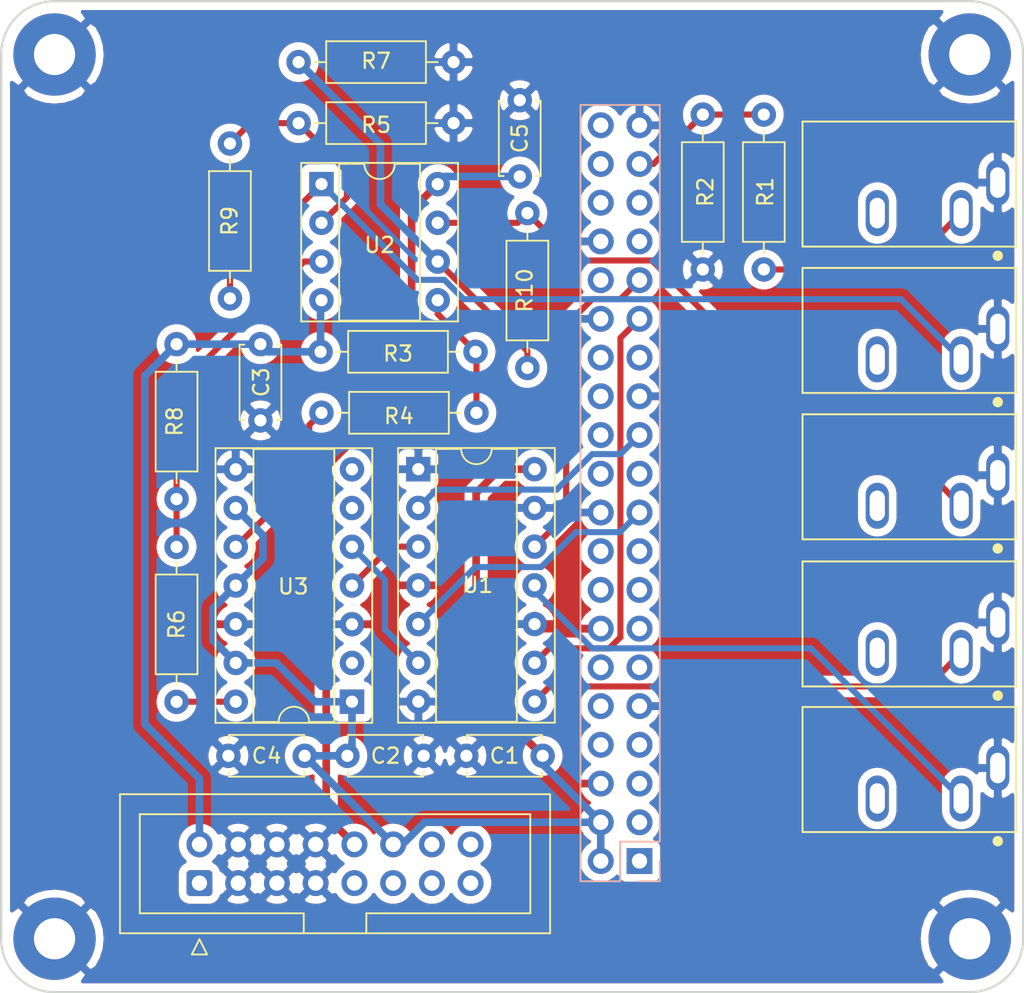
<source format=kicad_pcb>
(kicad_pcb (version 20171130) (host pcbnew "(5.1.6)-1")
  (layers (0 F.Cu signal) (31 B.Cu signal) (34 B.Paste user hide) (35 F.Paste user hide) (36 B.SilkS user) (37 F.SilkS user) (38 B.Mask user) (39 F.Mask user) (44 Edge.Cuts user))
  (net 0 "")
  (net 1 GND)
  (net 2 +5V)
  (net 3 -12V)
  (net 4 +12V)
  (net 5 "Net-(J1-Pad3)")
  (net 6 "Net-(J1-Pad5)")
  (net 7 "Net-(J1-Pad7)")
  (net 8 "Net-(J1-Pad8)")
  (net 9 "Net-(J1-Pad10)")
  (net 10 "Net-(J1-Pad11)")
  (net 11 "Net-(J1-Pad12)")
  (net 12 "Net-(J1-Pad13)")
  (net 13 "Net-(J1-Pad15)")
  (net 14 "Net-(J1-Pad16)")
  (net 15 "Net-(J1-Pad18)")
  (net 16 "GPIO10(MOSI)")
  (net 17 "Net-(J1-Pad21)")
  (net 18 "Net-(J1-Pad22)")
  (net 19 "GPIO11(SCLK)")
  (net 20 "Net-(J1-Pad24)")
  (net 21 "Net-(J1-Pad26)")
  (net 22 "Net-(J1-Pad27)")
  (net 23 "Net-(J1-Pad28)")
  (net 24 GPIO5)
  (net 25 GPIO6)
  (net 26 "Net-(J1-Pad32)")
  (net 27 "Net-(J1-Pad33)")
  (net 28 "Net-(J1-Pad35)")
  (net 29 "Net-(J1-Pad36)")
  (net 30 GPIO26)
  (net 31 "Net-(J1-Pad38)")
  (net 32 "Net-(J1-Pad40)")
  (net 33 "Net-(J2-Pad13)")
  (net 34 "Net-(J2-Pad15)")
  (net 35 "Net-(J2-Pad14)")
  (net 36 "Net-(J2-Pad16)")
  (net 37 "Net-(J3-PadT)")
  (net 38 "Net-(J3-PadR)")
  (net 39 "Net-(J4-PadR)")
  (net 40 CV_X)
  (net 41 CV_Y)
  (net 42 "Net-(J5-PadR)")
  (net 43 "Net-(J6-PadR)")
  (net 44 GATE)
  (net 45 TRIG)
  (net 46 "Net-(J7-PadR)")
  (net 47 "Net-(R3-Pad1)")
  (net 48 "Net-(R4-Pad1)")
  (net 49 "Net-(R5-Pad1)")
  (net 50 "Net-(R6-Pad2)")
  (net 51 "Net-(R6-Pad1)")
  (net 52 "Net-(R10-Pad2)")
  (net 53 SCK)
  (net 54 SDI)
  (net 55 "Net-(U3-Pad7)")
  (net 56 "Net-(U3-Pad6)")
  (net 57 "Net-(U3-Pad2)")
  (net 58 "Net-(J1-Pad17)")
  (net 59 "Net-(J1-Pad1)")
  (net 60 "Net-(J2-Pad11)")
  (net 61 "Net-(J2-Pad9)")
  (net 62 "Net-(J2-Pad1)")
  (module SJ1-3533:CUI_SJ1-3533 (layer F.Cu) (at 79.75 70.3 180)
    (fp_text reference J7)
    (fp_text value AudioJack3)
    (fp_circle (center -5.588 -4.8) (end -5.418 -4.8) (layer F.SilkS) (width 0.34))
    (fp_line (start -6.788 -3.9) (end -6.788 -4.2) (layer F.SilkS) (width 0.127))
    (fp_line (start -6.788 2.1) (end -6.788 -3.9) (layer F.SilkS) (width 0.127))
    (fp_line (start -6.788 4) (end -6.788 2.1) (layer F.SilkS) (width 0.127))
    (fp_line (start 7.212 4) (end -6.788 4) (layer F.SilkS) (width 0.127))
    (fp_line (start 7.212 -4.2) (end 7.212 4) (layer F.SilkS) (width 0.127))
    (fp_line (start -6.788 -4.2) (end 7.212 -4.2) (layer F.SilkS) (width 0.127))
    (pad S thru_hole oval (at -5.588 0 180) (size 1.508 3.016) (drill oval 1 2) (layers *.Cu *.Mask) (net 1 GND))
    (pad T thru_hole oval (at -3.188 -2 180) (size 1.508 3.016) (drill oval 1 2) (layers *.Cu *.Mask) (net 45 TRIG))
    (pad R thru_hole oval (at 2.312 -2 180) (size 1.508 3.016) (drill oval 1 2) (layers *.Cu *.Mask) (net 46 "Net-(J7-PadR)"))
  )
  (module SJ1-3533:CUI_SJ1-3533 (layer F.Cu) (at 79.75 60.75 180)
    (fp_text reference J6)
    (fp_text value AudioJack3)
    (fp_circle (center -5.588 -4.8) (end -5.418 -4.8) (layer F.SilkS) (width 0.34))
    (fp_line (start -6.788 -3.9) (end -6.788 -4.2) (layer F.SilkS) (width 0.127))
    (fp_line (start -6.788 2.1) (end -6.788 -3.9) (layer F.SilkS) (width 0.127))
    (fp_line (start -6.788 4) (end -6.788 2.1) (layer F.SilkS) (width 0.127))
    (fp_line (start 7.212 4) (end -6.788 4) (layer F.SilkS) (width 0.127))
    (fp_line (start 7.212 -4.2) (end 7.212 4) (layer F.SilkS) (width 0.127))
    (fp_line (start -6.788 -4.2) (end 7.212 -4.2) (layer F.SilkS) (width 0.127))
    (pad S thru_hole oval (at -5.588 0 180) (size 1.508 3.016) (drill oval 1 2) (layers *.Cu *.Mask) (net 1 GND))
    (pad T thru_hole oval (at -3.188 -2 180) (size 1.508 3.016) (drill oval 1 2) (layers *.Cu *.Mask) (net 44 GATE))
    (pad R thru_hole oval (at 2.312 -2 180) (size 1.508 3.016) (drill oval 1 2) (layers *.Cu *.Mask) (net 43 "Net-(J6-PadR)"))
  )
  (module SJ1-3533:CUI_SJ1-3533 (layer F.Cu) (at 79.75 51.1 180)
    (fp_text reference J5)
    (fp_text value AudioJack3)
    (fp_circle (center -5.588 -4.8) (end -5.418 -4.8) (layer F.SilkS) (width 0.34))
    (fp_line (start -6.788 -3.9) (end -6.788 -4.2) (layer F.SilkS) (width 0.127))
    (fp_line (start -6.788 2.1) (end -6.788 -3.9) (layer F.SilkS) (width 0.127))
    (fp_line (start -6.788 4) (end -6.788 2.1) (layer F.SilkS) (width 0.127))
    (fp_line (start 7.212 4) (end -6.788 4) (layer F.SilkS) (width 0.127))
    (fp_line (start 7.212 -4.2) (end 7.212 4) (layer F.SilkS) (width 0.127))
    (fp_line (start -6.788 -4.2) (end 7.212 -4.2) (layer F.SilkS) (width 0.127))
    (pad S thru_hole oval (at -5.588 0 180) (size 1.508 3.016) (drill oval 1 2) (layers *.Cu *.Mask) (net 1 GND))
    (pad T thru_hole oval (at -3.188 -2 180) (size 1.508 3.016) (drill oval 1 2) (layers *.Cu *.Mask) (net 41 CV_Y))
    (pad R thru_hole oval (at 2.312 -2 180) (size 1.508 3.016) (drill oval 1 2) (layers *.Cu *.Mask) (net 42 "Net-(J5-PadR)"))
  )
  (module SJ1-3533:CUI_SJ1-3533 (layer F.Cu) (at 79.75 41.5 180)
    (fp_text reference J4)
    (fp_text value AudioJack3)
    (fp_circle (center -5.588 -4.8) (end -5.418 -4.8) (layer F.SilkS) (width 0.34))
    (fp_line (start -6.788 -3.9) (end -6.788 -4.2) (layer F.SilkS) (width 0.127))
    (fp_line (start -6.788 2.1) (end -6.788 -3.9) (layer F.SilkS) (width 0.127))
    (fp_line (start -6.788 4) (end -6.788 2.1) (layer F.SilkS) (width 0.127))
    (fp_line (start 7.212 4) (end -6.788 4) (layer F.SilkS) (width 0.127))
    (fp_line (start 7.212 -4.2) (end 7.212 4) (layer F.SilkS) (width 0.127))
    (fp_line (start -6.788 -4.2) (end 7.212 -4.2) (layer F.SilkS) (width 0.127))
    (pad S thru_hole oval (at -5.588 0 180) (size 1.508 3.016) (drill oval 1 2) (layers *.Cu *.Mask) (net 1 GND))
    (pad T thru_hole oval (at -3.188 -2 180) (size 1.508 3.016) (drill oval 1 2) (layers *.Cu *.Mask) (net 40 CV_X))
    (pad R thru_hole oval (at 2.312 -2 180) (size 1.508 3.016) (drill oval 1 2) (layers *.Cu *.Mask) (net 39 "Net-(J4-PadR)"))
  )
  (module SJ1-3533:CUI_SJ1-3533 (layer F.Cu) (at 79.75 31.9 180)
    (fp_text reference J3)
    (fp_text value AudioJack3)
    (fp_circle (center -5.588 -4.8) (end -5.418 -4.8) (layer F.SilkS) (width 0.34))
    (fp_line (start -6.788 -3.9) (end -6.788 -4.2) (layer F.SilkS) (width 0.127))
    (fp_line (start -6.788 2.1) (end -6.788 -3.9) (layer F.SilkS) (width 0.127))
    (fp_line (start -6.788 4) (end -6.788 2.1) (layer F.SilkS) (width 0.127))
    (fp_line (start 7.212 4) (end -6.788 4) (layer F.SilkS) (width 0.127))
    (fp_line (start 7.212 -4.2) (end 7.212 4) (layer F.SilkS) (width 0.127))
    (fp_line (start -6.788 -4.2) (end 7.212 -4.2) (layer F.SilkS) (width 0.127))
    (pad S thru_hole oval (at -5.588 0 180) (size 1.508 3.016) (drill oval 1 2) (layers *.Cu *.Mask) (net 1 GND))
    (pad T thru_hole oval (at -3.188 -2 180) (size 1.508 3.016) (drill oval 1 2) (layers *.Cu *.Mask) (net 37 "Net-(J3-PadT)"))
    (pad R thru_hole oval (at 2.312 -2 180) (size 1.508 3.016) (drill oval 1 2) (layers *.Cu *.Mask) (net 38 "Net-(J3-PadR)"))
  )
  (module Capacitor_THT:C_Disc_D4.7mm_W2.5mm_P5.00mm (layer F.Cu) (at 50.5 69.5)
    (fp_text reference C1 (at 2.5 0) (layer F.SilkS))
    (fp_text value 0.1uF)
    (fp_line (start 0.03 -1.37) (end 4.97 -1.37) (layer F.SilkS) (width 0.12))
    (fp_line (start 0.03 1.37) (end 4.97 1.37) (layer F.SilkS) (width 0.12))
    (fp_line (start 0.03 -1.37) (end 0.03 -1.055) (layer F.SilkS) (width 0.12))
    (fp_line (start 0.03 1.055) (end 0.03 1.37) (layer F.SilkS) (width 0.12))
    (fp_line (start 4.97 -1.37) (end 4.97 -1.055) (layer F.SilkS) (width 0.12))
    (fp_line (start 4.97 1.055) (end 4.97 1.37) (layer F.SilkS) (width 0.12))
    (pad 2 thru_hole circle (at 5 0) (size 1.6 1.6) (drill 0.8) (layers *.Cu *.Mask) (net 2 +5V))
    (pad 1 thru_hole circle (at 0 0) (size 1.6 1.6) (drill 0.8) (layers *.Cu *.Mask) (net 1 GND))
  )
  (module Capacitor_THT:C_Disc_D4.7mm_W2.5mm_P5.00mm (layer F.Cu) (at 47.7 69.5 180)
    (fp_text reference C2 (at 2.5 0) (layer F.SilkS))
    (fp_text value 10uF)
    (fp_line (start 0.03 -1.37) (end 4.97 -1.37) (layer F.SilkS) (width 0.12))
    (fp_line (start 0.03 1.37) (end 4.97 1.37) (layer F.SilkS) (width 0.12))
    (fp_line (start 0.03 -1.37) (end 0.03 -1.055) (layer F.SilkS) (width 0.12))
    (fp_line (start 0.03 1.055) (end 0.03 1.37) (layer F.SilkS) (width 0.12))
    (fp_line (start 4.97 -1.37) (end 4.97 -1.055) (layer F.SilkS) (width 0.12))
    (fp_line (start 4.97 1.055) (end 4.97 1.37) (layer F.SilkS) (width 0.12))
    (pad 2 thru_hole circle (at 5 0 180) (size 1.6 1.6) (drill 0.8) (layers *.Cu *.Mask) (net 2 +5V))
    (pad 1 thru_hole circle (at 0 0 180) (size 1.6 1.6) (drill 0.8) (layers *.Cu *.Mask) (net 1 GND))
  )
  (module Capacitor_THT:C_Disc_D4.7mm_W2.5mm_P5.00mm (layer F.Cu) (at 37 47.5 90)
    (fp_text reference C3 (at 2.5 0.05 90) (layer F.SilkS))
    (fp_text value 0.1uF)
    (fp_line (start 4.97 1.055) (end 4.97 1.37) (layer F.SilkS) (width 0.12))
    (fp_line (start 4.97 -1.37) (end 4.97 -1.055) (layer F.SilkS) (width 0.12))
    (fp_line (start 0.03 1.055) (end 0.03 1.37) (layer F.SilkS) (width 0.12))
    (fp_line (start 0.03 -1.37) (end 0.03 -1.055) (layer F.SilkS) (width 0.12))
    (fp_line (start 0.03 1.37) (end 4.97 1.37) (layer F.SilkS) (width 0.12))
    (fp_line (start 0.03 -1.37) (end 4.97 -1.37) (layer F.SilkS) (width 0.12))
    (pad 1 thru_hole circle (at 0 0 90) (size 1.6 1.6) (drill 0.8) (layers *.Cu *.Mask) (net 1 GND))
    (pad 2 thru_hole circle (at 5 0 90) (size 1.6 1.6) (drill 0.8) (layers *.Cu *.Mask) (net 3 -12V))
  )
  (module Capacitor_THT:C_Disc_D4.7mm_W2.5mm_P5.00mm (layer F.Cu) (at 34.9 69.5)
    (fp_text reference C4 (at 2.5 0) (layer F.SilkS))
    (fp_text value 0.1uF)
    (fp_line (start 4.97 1.055) (end 4.97 1.37) (layer F.SilkS) (width 0.12))
    (fp_line (start 4.97 -1.37) (end 4.97 -1.055) (layer F.SilkS) (width 0.12))
    (fp_line (start 0.03 1.055) (end 0.03 1.37) (layer F.SilkS) (width 0.12))
    (fp_line (start 0.03 -1.37) (end 0.03 -1.055) (layer F.SilkS) (width 0.12))
    (fp_line (start 0.03 1.37) (end 4.97 1.37) (layer F.SilkS) (width 0.12))
    (fp_line (start 0.03 -1.37) (end 4.97 -1.37) (layer F.SilkS) (width 0.12))
    (pad 1 thru_hole circle (at 0 0) (size 1.6 1.6) (drill 0.8) (layers *.Cu *.Mask) (net 1 GND))
    (pad 2 thru_hole circle (at 5 0) (size 1.6 1.6) (drill 0.8) (layers *.Cu *.Mask) (net 2 +5V))
  )
  (module Capacitor_THT:C_Disc_D4.7mm_W2.5mm_P5.00mm (layer F.Cu) (at 54 26.5 270)
    (fp_text reference C5 (at 2.5 0 90) (layer F.SilkS))
    (fp_text value 0.1uF)
    (fp_line (start 0.03 -1.37) (end 4.97 -1.37) (layer F.SilkS) (width 0.12))
    (fp_line (start 0.03 1.37) (end 4.97 1.37) (layer F.SilkS) (width 0.12))
    (fp_line (start 0.03 -1.37) (end 0.03 -1.055) (layer F.SilkS) (width 0.12))
    (fp_line (start 0.03 1.055) (end 0.03 1.37) (layer F.SilkS) (width 0.12))
    (fp_line (start 4.97 -1.37) (end 4.97 -1.055) (layer F.SilkS) (width 0.12))
    (fp_line (start 4.97 1.055) (end 4.97 1.37) (layer F.SilkS) (width 0.12))
    (pad 2 thru_hole circle (at 5 0 270) (size 1.6 1.6) (drill 0.8) (layers *.Cu *.Mask) (net 4 +12V))
    (pad 1 thru_hole circle (at 0 0 270) (size 1.6 1.6) (drill 0.8) (layers *.Cu *.Mask) (net 1 GND))
  )
  (module MountingHole:MountingHole_2.7mm_Pad (layer F.Cu) (at 23.5 23.5)
    (fp_text reference H1)
    (fp_text value MountingHole_Pad)
    (pad 1 thru_hole circle (at 0 0) (size 5.4 5.4) (drill 2.7) (layers *.Cu *.Mask) (net 1 GND))
  )
  (module MountingHole:MountingHole_2.7mm_Pad (layer F.Cu) (at 23.5 81.5)
    (fp_text reference H2)
    (fp_text value MountingHole_Pad)
    (pad 1 thru_hole circle (at 0 0) (size 5.4 5.4) (drill 2.7) (layers *.Cu *.Mask) (net 1 GND))
  )
  (module MountingHole:MountingHole_2.7mm_Pad (layer F.Cu) (at 83.5 81.5)
    (fp_text reference H3)
    (fp_text value MountingHole_Pad)
    (pad 1 thru_hole circle (at 0 0) (size 5.4 5.4) (drill 2.7) (layers *.Cu *.Mask) (net 1 GND))
  )
  (module MountingHole:MountingHole_2.7mm_Pad (layer F.Cu) (at 83.5 23.5)
    (fp_text reference H4)
    (fp_text value MountingHole_Pad)
    (pad 1 thru_hole circle (at 0 0) (size 5.4 5.4) (drill 2.7) (layers *.Cu *.Mask) (net 1 GND))
  )
  (module Connector_PinSocket_2.54mm:PinSocket_2x20_P2.54mm_Vertical (layer B.Cu) (at 61.85 76.4)
    (fp_text reference J1)
    (fp_text value Conn_02x20_Odd_Even)
    (fp_line (start -3.87 1.33) (end -1.27 1.33) (layer B.SilkS) (width 0.12))
    (fp_line (start -3.87 1.33) (end -3.87 -49.59) (layer B.SilkS) (width 0.12))
    (fp_line (start -3.87 -49.59) (end 1.33 -49.59) (layer B.SilkS) (width 0.12))
    (fp_line (start 1.33 -1.27) (end 1.33 -49.59) (layer B.SilkS) (width 0.12))
    (fp_line (start -1.27 -1.27) (end 1.33 -1.27) (layer B.SilkS) (width 0.12))
    (fp_line (start -1.27 1.33) (end -1.27 -1.27) (layer B.SilkS) (width 0.12))
    (fp_line (start 1.33 1.33) (end 1.33 0) (layer B.SilkS) (width 0.12))
    (fp_line (start 0 1.33) (end 1.33 1.33) (layer B.SilkS) (width 0.12))
    (pad 40 thru_hole oval (at -2.54 -48.26) (size 1.7 1.7) (drill 1) (layers *.Cu *.Mask) (net 32 "Net-(J1-Pad40)"))
    (pad 39 thru_hole oval (at 0 -48.26) (size 1.7 1.7) (drill 1) (layers *.Cu *.Mask) (net 1 GND))
    (pad 38 thru_hole oval (at -2.54 -45.72) (size 1.7 1.7) (drill 1) (layers *.Cu *.Mask) (net 31 "Net-(J1-Pad38)"))
    (pad 37 thru_hole oval (at 0 -45.72) (size 1.7 1.7) (drill 1) (layers *.Cu *.Mask) (net 30 GPIO26))
    (pad 36 thru_hole oval (at -2.54 -43.18) (size 1.7 1.7) (drill 1) (layers *.Cu *.Mask) (net 29 "Net-(J1-Pad36)"))
    (pad 35 thru_hole oval (at 0 -43.18) (size 1.7 1.7) (drill 1) (layers *.Cu *.Mask) (net 28 "Net-(J1-Pad35)"))
    (pad 34 thru_hole oval (at -2.54 -40.64) (size 1.7 1.7) (drill 1) (layers *.Cu *.Mask) (net 1 GND))
    (pad 33 thru_hole oval (at 0 -40.64) (size 1.7 1.7) (drill 1) (layers *.Cu *.Mask) (net 27 "Net-(J1-Pad33)"))
    (pad 32 thru_hole oval (at -2.54 -38.1) (size 1.7 1.7) (drill 1) (layers *.Cu *.Mask) (net 26 "Net-(J1-Pad32)"))
    (pad 31 thru_hole oval (at 0 -38.1) (size 1.7 1.7) (drill 1) (layers *.Cu *.Mask) (net 25 GPIO6))
    (pad 30 thru_hole oval (at -2.54 -35.56) (size 1.7 1.7) (drill 1) (layers *.Cu *.Mask) (net 1 GND))
    (pad 29 thru_hole oval (at 0 -35.56) (size 1.7 1.7) (drill 1) (layers *.Cu *.Mask) (net 24 GPIO5))
    (pad 28 thru_hole oval (at -2.54 -33.02) (size 1.7 1.7) (drill 1) (layers *.Cu *.Mask) (net 23 "Net-(J1-Pad28)"))
    (pad 27 thru_hole oval (at 0 -33.02) (size 1.7 1.7) (drill 1) (layers *.Cu *.Mask) (net 22 "Net-(J1-Pad27)"))
    (pad 26 thru_hole oval (at -2.54 -30.48) (size 1.7 1.7) (drill 1) (layers *.Cu *.Mask) (net 21 "Net-(J1-Pad26)"))
    (pad 25 thru_hole oval (at 0 -30.48) (size 1.7 1.7) (drill 1) (layers *.Cu *.Mask) (net 1 GND))
    (pad 24 thru_hole oval (at -2.54 -27.94) (size 1.7 1.7) (drill 1) (layers *.Cu *.Mask) (net 20 "Net-(J1-Pad24)"))
    (pad 23 thru_hole oval (at 0 -27.94) (size 1.7 1.7) (drill 1) (layers *.Cu *.Mask) (net 19 "GPIO11(SCLK)"))
    (pad 22 thru_hole oval (at -2.54 -25.4) (size 1.7 1.7) (drill 1) (layers *.Cu *.Mask) (net 18 "Net-(J1-Pad22)"))
    (pad 21 thru_hole oval (at 0 -25.4) (size 1.7 1.7) (drill 1) (layers *.Cu *.Mask) (net 17 "Net-(J1-Pad21)"))
    (pad 20 thru_hole oval (at -2.54 -22.86) (size 1.7 1.7) (drill 1) (layers *.Cu *.Mask) (net 1 GND))
    (pad 19 thru_hole oval (at 0 -22.86) (size 1.7 1.7) (drill 1) (layers *.Cu *.Mask) (net 16 "GPIO10(MOSI)"))
    (pad 18 thru_hole oval (at -2.54 -20.32) (size 1.7 1.7) (drill 1) (layers *.Cu *.Mask) (net 15 "Net-(J1-Pad18)"))
    (pad 17 thru_hole oval (at 0 -20.32) (size 1.7 1.7) (drill 1) (layers *.Cu *.Mask) (net 58 "Net-(J1-Pad17)"))
    (pad 16 thru_hole oval (at -2.54 -17.78) (size 1.7 1.7) (drill 1) (layers *.Cu *.Mask) (net 14 "Net-(J1-Pad16)"))
    (pad 15 thru_hole oval (at 0 -17.78) (size 1.7 1.7) (drill 1) (layers *.Cu *.Mask) (net 13 "Net-(J1-Pad15)"))
    (pad 14 thru_hole oval (at -2.54 -15.24) (size 1.7 1.7) (drill 1) (layers *.Cu *.Mask) (net 1 GND))
    (pad 13 thru_hole oval (at 0 -15.24) (size 1.7 1.7) (drill 1) (layers *.Cu *.Mask) (net 12 "Net-(J1-Pad13)"))
    (pad 12 thru_hole oval (at -2.54 -12.7) (size 1.7 1.7) (drill 1) (layers *.Cu *.Mask) (net 11 "Net-(J1-Pad12)"))
    (pad 11 thru_hole oval (at 0 -12.7) (size 1.7 1.7) (drill 1) (layers *.Cu *.Mask) (net 10 "Net-(J1-Pad11)"))
    (pad 10 thru_hole oval (at -2.54 -10.16) (size 1.7 1.7) (drill 1) (layers *.Cu *.Mask) (net 9 "Net-(J1-Pad10)"))
    (pad 9 thru_hole oval (at 0 -10.16) (size 1.7 1.7) (drill 1) (layers *.Cu *.Mask) (net 1 GND))
    (pad 8 thru_hole oval (at -2.54 -7.62) (size 1.7 1.7) (drill 1) (layers *.Cu *.Mask) (net 8 "Net-(J1-Pad8)"))
    (pad 7 thru_hole oval (at 0 -7.62) (size 1.7 1.7) (drill 1) (layers *.Cu *.Mask) (net 7 "Net-(J1-Pad7)"))
    (pad 6 thru_hole oval (at -2.54 -5.08) (size 1.7 1.7) (drill 1) (layers *.Cu *.Mask) (net 1 GND))
    (pad 5 thru_hole oval (at 0 -5.08) (size 1.7 1.7) (drill 1) (layers *.Cu *.Mask) (net 6 "Net-(J1-Pad5)"))
    (pad 4 thru_hole oval (at -2.54 -2.54) (size 1.7 1.7) (drill 1) (layers *.Cu *.Mask) (net 2 +5V))
    (pad 3 thru_hole oval (at 0 -2.54) (size 1.7 1.7) (drill 1) (layers *.Cu *.Mask) (net 5 "Net-(J1-Pad3)"))
    (pad 2 thru_hole oval (at -2.54 0) (size 1.7 1.7) (drill 1) (layers *.Cu *.Mask) (net 2 +5V))
    (pad 1 thru_hole rect (at 0 0) (size 1.7 1.7) (drill 1) (layers *.Cu *.Mask) (net 59 "Net-(J1-Pad1)"))
  )
  (module Connector_IDC:IDC-Header_2x08_P2.54mm_Vertical (layer F.Cu) (at 33 77.85 90)
    (fp_text reference J2)
    (fp_text value 02x08_IDC)
    (fp_line (start -3.29 -5.21) (end 5.83 -5.21) (layer F.SilkS) (width 0.12))
    (fp_line (start 5.83 -5.21) (end 5.83 22.99) (layer F.SilkS) (width 0.12))
    (fp_line (start 5.83 22.99) (end -3.29 22.99) (layer F.SilkS) (width 0.12))
    (fp_line (start -3.29 22.99) (end -3.29 -5.21) (layer F.SilkS) (width 0.12))
    (fp_line (start -3.29 6.84) (end -1.98 6.84) (layer F.SilkS) (width 0.12))
    (fp_line (start -1.98 6.84) (end -1.98 -3.91) (layer F.SilkS) (width 0.12))
    (fp_line (start -1.98 -3.91) (end 4.52 -3.91) (layer F.SilkS) (width 0.12))
    (fp_line (start 4.52 -3.91) (end 4.52 21.69) (layer F.SilkS) (width 0.12))
    (fp_line (start 4.52 21.69) (end -1.98 21.69) (layer F.SilkS) (width 0.12))
    (fp_line (start -1.98 21.69) (end -1.98 10.94) (layer F.SilkS) (width 0.12))
    (fp_line (start -1.98 10.94) (end -1.98 10.94) (layer F.SilkS) (width 0.12))
    (fp_line (start -1.98 10.94) (end -3.29 10.94) (layer F.SilkS) (width 0.12))
    (fp_line (start -3.68 0) (end -4.68 -0.5) (layer F.SilkS) (width 0.12))
    (fp_line (start -4.68 -0.5) (end -4.68 0.5) (layer F.SilkS) (width 0.12))
    (fp_line (start -4.68 0.5) (end -3.68 0) (layer F.SilkS) (width 0.12))
    (pad 16 thru_hole circle (at 2.54 17.78 90) (size 1.7 1.7) (drill 1) (layers *.Cu *.Mask) (net 36 "Net-(J2-Pad16)"))
    (pad 14 thru_hole circle (at 2.54 15.24 90) (size 1.7 1.7) (drill 1) (layers *.Cu *.Mask) (net 35 "Net-(J2-Pad14)"))
    (pad 12 thru_hole circle (at 2.54 12.7 90) (size 1.7 1.7) (drill 1) (layers *.Cu *.Mask) (net 2 +5V))
    (pad 10 thru_hole circle (at 2.54 10.16 90) (size 1.7 1.7) (drill 1) (layers *.Cu *.Mask) (net 4 +12V))
    (pad 8 thru_hole circle (at 2.54 7.62 90) (size 1.7 1.7) (drill 1) (layers *.Cu *.Mask) (net 1 GND))
    (pad 6 thru_hole circle (at 2.54 5.08 90) (size 1.7 1.7) (drill 1) (layers *.Cu *.Mask) (net 1 GND))
    (pad 4 thru_hole circle (at 2.54 2.54 90) (size 1.7 1.7) (drill 1) (layers *.Cu *.Mask) (net 1 GND))
    (pad 2 thru_hole circle (at 2.54 0 90) (size 1.7 1.7) (drill 1) (layers *.Cu *.Mask) (net 3 -12V))
    (pad 15 thru_hole circle (at 0 17.78 90) (size 1.7 1.7) (drill 1) (layers *.Cu *.Mask) (net 34 "Net-(J2-Pad15)"))
    (pad 13 thru_hole circle (at 0 15.24 90) (size 1.7 1.7) (drill 1) (layers *.Cu *.Mask) (net 33 "Net-(J2-Pad13)"))
    (pad 11 thru_hole circle (at 0 12.7 90) (size 1.7 1.7) (drill 1) (layers *.Cu *.Mask) (net 60 "Net-(J2-Pad11)"))
    (pad 9 thru_hole circle (at 0 10.16 90) (size 1.7 1.7) (drill 1) (layers *.Cu *.Mask) (net 61 "Net-(J2-Pad9)"))
    (pad 7 thru_hole circle (at 0 7.62 90) (size 1.7 1.7) (drill 1) (layers *.Cu *.Mask) (net 1 GND))
    (pad 5 thru_hole circle (at 0 5.08 90) (size 1.7 1.7) (drill 1) (layers *.Cu *.Mask) (net 1 GND))
    (pad 3 thru_hole circle (at 0 2.54 90) (size 1.7 1.7) (drill 1) (layers *.Cu *.Mask) (net 1 GND))
    (pad 1 thru_hole roundrect (at 0 0 90) (size 1.7 1.7) (drill 1) (layers *.Cu *.Mask) (roundrect_rratio 0.147059) (net 62 "Net-(J2-Pad1)"))
  )
  (module Resistor_THT:R_Axial_DIN0207_L6.3mm_D2.5mm_P10.16mm_Horizontal (layer F.Cu) (at 70 27.44 270)
    (fp_text reference R1 (at 5.08 -0.1 90) (layer F.SilkS))
    (fp_text value 2.7k)
    (fp_line (start 9.12 0) (end 8.35 0) (layer F.SilkS) (width 0.12))
    (fp_line (start 1.04 0) (end 1.81 0) (layer F.SilkS) (width 0.12))
    (fp_line (start 8.35 -1.37) (end 1.81 -1.37) (layer F.SilkS) (width 0.12))
    (fp_line (start 8.35 1.37) (end 8.35 -1.37) (layer F.SilkS) (width 0.12))
    (fp_line (start 1.81 1.37) (end 8.35 1.37) (layer F.SilkS) (width 0.12))
    (fp_line (start 1.81 -1.37) (end 1.81 1.37) (layer F.SilkS) (width 0.12))
    (pad 1 thru_hole circle (at 0 0 270) (size 1.6 1.6) (drill 0.8) (layers *.Cu *.Mask) (net 30 GPIO26))
    (pad 2 thru_hole oval (at 10.16 0 270) (size 1.6 1.6) (drill 0.8) (layers *.Cu *.Mask) (net 37 "Net-(J3-PadT)"))
  )
  (module Resistor_THT:R_Axial_DIN0207_L6.3mm_D2.5mm_P10.16mm_Horizontal (layer F.Cu) (at 66 37.6 90)
    (fp_text reference R2 (at 5.08 0.174999 90) (layer F.SilkS))
    (fp_text value 5.6k)
    (fp_line (start 1.81 -1.37) (end 1.81 1.37) (layer F.SilkS) (width 0.12))
    (fp_line (start 1.81 1.37) (end 8.35 1.37) (layer F.SilkS) (width 0.12))
    (fp_line (start 8.35 1.37) (end 8.35 -1.37) (layer F.SilkS) (width 0.12))
    (fp_line (start 8.35 -1.37) (end 1.81 -1.37) (layer F.SilkS) (width 0.12))
    (fp_line (start 1.04 0) (end 1.81 0) (layer F.SilkS) (width 0.12))
    (fp_line (start 9.12 0) (end 8.35 0) (layer F.SilkS) (width 0.12))
    (pad 2 thru_hole oval (at 10.16 0 90) (size 1.6 1.6) (drill 0.8) (layers *.Cu *.Mask) (net 30 GPIO26))
    (pad 1 thru_hole circle (at 0 0 90) (size 1.6 1.6) (drill 0.8) (layers *.Cu *.Mask) (net 1 GND))
  )
  (module Resistor_THT:R_Axial_DIN0207_L6.3mm_D2.5mm_P10.16mm_Horizontal (layer F.Cu) (at 51.1 43 180)
    (fp_text reference R3 (at 5.08 -0.125001) (layer F.SilkS))
    (fp_text value 33k)
    (fp_line (start 1.81 -1.37) (end 1.81 1.37) (layer F.SilkS) (width 0.12))
    (fp_line (start 1.81 1.37) (end 8.35 1.37) (layer F.SilkS) (width 0.12))
    (fp_line (start 8.35 1.37) (end 8.35 -1.37) (layer F.SilkS) (width 0.12))
    (fp_line (start 8.35 -1.37) (end 1.81 -1.37) (layer F.SilkS) (width 0.12))
    (fp_line (start 1.04 0) (end 1.81 0) (layer F.SilkS) (width 0.12))
    (fp_line (start 9.12 0) (end 8.35 0) (layer F.SilkS) (width 0.12))
    (pad 2 thru_hole oval (at 10.16 0 180) (size 1.6 1.6) (drill 0.8) (layers *.Cu *.Mask) (net 3 -12V))
    (pad 1 thru_hole circle (at 0 0 180) (size 1.6 1.6) (drill 0.8) (layers *.Cu *.Mask) (net 47 "Net-(R3-Pad1)"))
  )
  (module Resistor_THT:R_Axial_DIN0207_L6.3mm_D2.5mm_P10.16mm_Horizontal (layer F.Cu) (at 41 47)
    (fp_text reference R4 (at 5.074999 0.224999) (layer F.SilkS))
    (fp_text value 6.8k)
    (fp_line (start 1.81 -1.37) (end 1.81 1.37) (layer F.SilkS) (width 0.12))
    (fp_line (start 1.81 1.37) (end 8.35 1.37) (layer F.SilkS) (width 0.12))
    (fp_line (start 8.35 1.37) (end 8.35 -1.37) (layer F.SilkS) (width 0.12))
    (fp_line (start 8.35 -1.37) (end 1.81 -1.37) (layer F.SilkS) (width 0.12))
    (fp_line (start 1.04 0) (end 1.81 0) (layer F.SilkS) (width 0.12))
    (fp_line (start 9.12 0) (end 8.35 0) (layer F.SilkS) (width 0.12))
    (pad 2 thru_hole oval (at 10.16 0) (size 1.6 1.6) (drill 0.8) (layers *.Cu *.Mask) (net 47 "Net-(R3-Pad1)"))
    (pad 1 thru_hole circle (at 0 0) (size 1.6 1.6) (drill 0.8) (layers *.Cu *.Mask) (net 48 "Net-(R4-Pad1)"))
  )
  (module Resistor_THT:R_Axial_DIN0207_L6.3mm_D2.5mm_P10.16mm_Horizontal (layer F.Cu) (at 39.5 28)
    (fp_text reference R5 (at 5.08 0.124999) (layer F.SilkS))
    (fp_text value 3.9k)
    (fp_line (start 1.81 -1.37) (end 1.81 1.37) (layer F.SilkS) (width 0.12))
    (fp_line (start 1.81 1.37) (end 8.35 1.37) (layer F.SilkS) (width 0.12))
    (fp_line (start 8.35 1.37) (end 8.35 -1.37) (layer F.SilkS) (width 0.12))
    (fp_line (start 8.35 -1.37) (end 1.81 -1.37) (layer F.SilkS) (width 0.12))
    (fp_line (start 1.04 0) (end 1.81 0) (layer F.SilkS) (width 0.12))
    (fp_line (start 9.12 0) (end 8.35 0) (layer F.SilkS) (width 0.12))
    (pad 2 thru_hole oval (at 10.16 0) (size 1.6 1.6) (drill 0.8) (layers *.Cu *.Mask) (net 1 GND))
    (pad 1 thru_hole circle (at 0 0) (size 1.6 1.6) (drill 0.8) (layers *.Cu *.Mask) (net 49 "Net-(R5-Pad1)"))
  )
  (module Resistor_THT:R_Axial_DIN0207_L6.3mm_D2.5mm_P10.16mm_Horizontal (layer F.Cu) (at 31.5 55.8 270)
    (fp_text reference R6 (at 5.08 0 90) (layer F.SilkS))
    (fp_text value 6.8k)
    (fp_line (start 9.12 0) (end 8.35 0) (layer F.SilkS) (width 0.12))
    (fp_line (start 1.04 0) (end 1.81 0) (layer F.SilkS) (width 0.12))
    (fp_line (start 8.35 -1.37) (end 1.81 -1.37) (layer F.SilkS) (width 0.12))
    (fp_line (start 8.35 1.37) (end 8.35 -1.37) (layer F.SilkS) (width 0.12))
    (fp_line (start 1.81 1.37) (end 8.35 1.37) (layer F.SilkS) (width 0.12))
    (fp_line (start 1.81 -1.37) (end 1.81 1.37) (layer F.SilkS) (width 0.12))
    (pad 1 thru_hole circle (at 0 0 270) (size 1.6 1.6) (drill 0.8) (layers *.Cu *.Mask) (net 51 "Net-(R6-Pad1)"))
    (pad 2 thru_hole oval (at 10.16 0 270) (size 1.6 1.6) (drill 0.8) (layers *.Cu *.Mask) (net 50 "Net-(R6-Pad2)"))
  )
  (module Resistor_THT:R_Axial_DIN0207_L6.3mm_D2.5mm_P10.16mm_Horizontal (layer F.Cu) (at 39.5 24)
    (fp_text reference R7 (at 5.08 -0.075001) (layer F.SilkS))
    (fp_text value 3.9k)
    (fp_line (start 1.81 -1.37) (end 1.81 1.37) (layer F.SilkS) (width 0.12))
    (fp_line (start 1.81 1.37) (end 8.35 1.37) (layer F.SilkS) (width 0.12))
    (fp_line (start 8.35 1.37) (end 8.35 -1.37) (layer F.SilkS) (width 0.12))
    (fp_line (start 8.35 -1.37) (end 1.81 -1.37) (layer F.SilkS) (width 0.12))
    (fp_line (start 1.04 0) (end 1.81 0) (layer F.SilkS) (width 0.12))
    (fp_line (start 9.12 0) (end 8.35 0) (layer F.SilkS) (width 0.12))
    (pad 2 thru_hole oval (at 10.16 0) (size 1.6 1.6) (drill 0.8) (layers *.Cu *.Mask) (net 1 GND))
    (pad 1 thru_hole circle (at 0 0) (size 1.6 1.6) (drill 0.8) (layers *.Cu *.Mask) (net 52 "Net-(R10-Pad2)"))
  )
  (module Resistor_THT:R_Axial_DIN0207_L6.3mm_D2.5mm_P10.16mm_Horizontal (layer F.Cu) (at 31.5 42.5 270)
    (fp_text reference R8 (at 5.074999 0.124999 90) (layer F.SilkS))
    (fp_text value 33k)
    (fp_line (start 9.12 0) (end 8.35 0) (layer F.SilkS) (width 0.12))
    (fp_line (start 1.04 0) (end 1.81 0) (layer F.SilkS) (width 0.12))
    (fp_line (start 8.35 -1.37) (end 1.81 -1.37) (layer F.SilkS) (width 0.12))
    (fp_line (start 8.35 1.37) (end 8.35 -1.37) (layer F.SilkS) (width 0.12))
    (fp_line (start 1.81 1.37) (end 8.35 1.37) (layer F.SilkS) (width 0.12))
    (fp_line (start 1.81 -1.37) (end 1.81 1.37) (layer F.SilkS) (width 0.12))
    (pad 1 thru_hole circle (at 0 0 270) (size 1.6 1.6) (drill 0.8) (layers *.Cu *.Mask) (net 3 -12V))
    (pad 2 thru_hole oval (at 10.16 0 270) (size 1.6 1.6) (drill 0.8) (layers *.Cu *.Mask) (net 51 "Net-(R6-Pad1)"))
  )
  (module Resistor_THT:R_Axial_DIN0207_L6.3mm_D2.5mm_P10.16mm_Horizontal (layer F.Cu) (at 35 39.5 90)
    (fp_text reference R9 (at 5.08 -0.025001 90) (layer F.SilkS))
    (fp_text value 5.6k)
    (fp_line (start 9.12 0) (end 8.35 0) (layer F.SilkS) (width 0.12))
    (fp_line (start 1.04 0) (end 1.81 0) (layer F.SilkS) (width 0.12))
    (fp_line (start 8.35 -1.37) (end 1.81 -1.37) (layer F.SilkS) (width 0.12))
    (fp_line (start 8.35 1.37) (end 8.35 -1.37) (layer F.SilkS) (width 0.12))
    (fp_line (start 1.81 1.37) (end 8.35 1.37) (layer F.SilkS) (width 0.12))
    (fp_line (start 1.81 -1.37) (end 1.81 1.37) (layer F.SilkS) (width 0.12))
    (pad 1 thru_hole circle (at 0 0 90) (size 1.6 1.6) (drill 0.8) (layers *.Cu *.Mask) (net 40 CV_X))
    (pad 2 thru_hole oval (at 10.16 0 90) (size 1.6 1.6) (drill 0.8) (layers *.Cu *.Mask) (net 49 "Net-(R5-Pad1)"))
  )
  (module Resistor_THT:R_Axial_DIN0207_L6.3mm_D2.5mm_P10.16mm_Horizontal (layer F.Cu) (at 54.5 33.9 270)
    (fp_text reference R10 (at 5.074999 0.174999 90) (layer F.SilkS))
    (fp_text value 5.6k)
    (fp_line (start 9.12 0) (end 8.35 0) (layer F.SilkS) (width 0.12))
    (fp_line (start 1.04 0) (end 1.81 0) (layer F.SilkS) (width 0.12))
    (fp_line (start 8.35 -1.37) (end 1.81 -1.37) (layer F.SilkS) (width 0.12))
    (fp_line (start 8.35 1.37) (end 8.35 -1.37) (layer F.SilkS) (width 0.12))
    (fp_line (start 1.81 1.37) (end 8.35 1.37) (layer F.SilkS) (width 0.12))
    (fp_line (start 1.81 -1.37) (end 1.81 1.37) (layer F.SilkS) (width 0.12))
    (pad 1 thru_hole circle (at 0 0 270) (size 1.6 1.6) (drill 0.8) (layers *.Cu *.Mask) (net 41 CV_Y))
    (pad 2 thru_hole oval (at 10.16 0 270) (size 1.6 1.6) (drill 0.8) (layers *.Cu *.Mask) (net 52 "Net-(R10-Pad2)"))
  )
  (module Package_DIP:DIP-14_W7.62mm_Socket (layer F.Cu) (at 47.35 50.7)
    (fp_text reference U1 (at 3.9 7.6) (layer F.SilkS))
    (fp_text value 74LS125)
    (fp_line (start 2.81 -1.33) (end 1.16 -1.33) (layer F.SilkS) (width 0.12))
    (fp_line (start 1.16 -1.33) (end 1.16 16.57) (layer F.SilkS) (width 0.12))
    (fp_line (start 1.16 16.57) (end 6.46 16.57) (layer F.SilkS) (width 0.12))
    (fp_line (start 6.46 16.57) (end 6.46 -1.33) (layer F.SilkS) (width 0.12))
    (fp_line (start 6.46 -1.33) (end 4.81 -1.33) (layer F.SilkS) (width 0.12))
    (fp_line (start -1.33 -1.39) (end -1.33 16.63) (layer F.SilkS) (width 0.12))
    (fp_line (start -1.33 16.63) (end 8.95 16.63) (layer F.SilkS) (width 0.12))
    (fp_line (start 8.95 16.63) (end 8.95 -1.39) (layer F.SilkS) (width 0.12))
    (fp_line (start 8.95 -1.39) (end -1.33 -1.39) (layer F.SilkS) (width 0.12))
    (fp_arc (start 3.81 -1.33) (end 2.81 -1.33) (angle -180) (layer F.SilkS) (width 0.12))
    (pad 14 thru_hole oval (at 7.62 0) (size 1.6 1.6) (drill 0.8) (layers *.Cu *.Mask) (net 2 +5V))
    (pad 7 thru_hole oval (at 0 15.24) (size 1.6 1.6) (drill 0.8) (layers *.Cu *.Mask) (net 1 GND))
    (pad 13 thru_hole oval (at 7.62 2.54) (size 1.6 1.6) (drill 0.8) (layers *.Cu *.Mask) (net 1 GND))
    (pad 6 thru_hole oval (at 0 12.7) (size 1.6 1.6) (drill 0.8) (layers *.Cu *.Mask) (net 54 SDI))
    (pad 12 thru_hole oval (at 7.62 5.08) (size 1.6 1.6) (drill 0.8) (layers *.Cu *.Mask) (net 25 GPIO6))
    (pad 5 thru_hole oval (at 0 10.16) (size 1.6 1.6) (drill 0.8) (layers *.Cu *.Mask) (net 16 "GPIO10(MOSI)"))
    (pad 11 thru_hole oval (at 7.62 7.62) (size 1.6 1.6) (drill 0.8) (layers *.Cu *.Mask) (net 45 TRIG))
    (pad 4 thru_hole oval (at 0 7.62) (size 1.6 1.6) (drill 0.8) (layers *.Cu *.Mask) (net 1 GND))
    (pad 10 thru_hole oval (at 7.62 10.16) (size 1.6 1.6) (drill 0.8) (layers *.Cu *.Mask) (net 1 GND))
    (pad 3 thru_hole oval (at 0 5.08) (size 1.6 1.6) (drill 0.8) (layers *.Cu *.Mask) (net 53 SCK))
    (pad 9 thru_hole oval (at 7.62 12.7) (size 1.6 1.6) (drill 0.8) (layers *.Cu *.Mask) (net 24 GPIO5))
    (pad 2 thru_hole oval (at 0 2.54) (size 1.6 1.6) (drill 0.8) (layers *.Cu *.Mask) (net 19 "GPIO11(SCLK)"))
    (pad 8 thru_hole oval (at 7.62 15.24) (size 1.6 1.6) (drill 0.8) (layers *.Cu *.Mask) (net 44 GATE))
    (pad 1 thru_hole rect (at 0 0) (size 1.6 1.6) (drill 0.8) (layers *.Cu *.Mask) (net 1 GND))
  )
  (module Package_DIP:DIP-8_W7.62mm_Socket (layer F.Cu) (at 41 32)
    (fp_text reference U2 (at 3.81 4) (layer F.SilkS))
    (fp_text value TL072)
    (fp_line (start 2.81 -1.33) (end 1.16 -1.33) (layer F.SilkS) (width 0.12))
    (fp_line (start 1.16 -1.33) (end 1.16 8.95) (layer F.SilkS) (width 0.12))
    (fp_line (start 1.16 8.95) (end 6.46 8.95) (layer F.SilkS) (width 0.12))
    (fp_line (start 6.46 8.95) (end 6.46 -1.33) (layer F.SilkS) (width 0.12))
    (fp_line (start 6.46 -1.33) (end 4.81 -1.33) (layer F.SilkS) (width 0.12))
    (fp_line (start -1.33 -1.39) (end -1.33 9.01) (layer F.SilkS) (width 0.12))
    (fp_line (start -1.33 9.01) (end 8.95 9.01) (layer F.SilkS) (width 0.12))
    (fp_line (start 8.95 9.01) (end 8.95 -1.39) (layer F.SilkS) (width 0.12))
    (fp_line (start 8.95 -1.39) (end -1.33 -1.39) (layer F.SilkS) (width 0.12))
    (fp_arc (start 3.81 -1.33) (end 2.81 -1.33) (angle -180) (layer F.SilkS) (width 0.12))
    (pad 8 thru_hole oval (at 7.62 0) (size 1.6 1.6) (drill 0.8) (layers *.Cu *.Mask) (net 4 +12V))
    (pad 4 thru_hole oval (at 0 7.62) (size 1.6 1.6) (drill 0.8) (layers *.Cu *.Mask) (net 3 -12V))
    (pad 7 thru_hole oval (at 7.62 2.54) (size 1.6 1.6) (drill 0.8) (layers *.Cu *.Mask) (net 41 CV_Y))
    (pad 3 thru_hole oval (at 0 5.08) (size 1.6 1.6) (drill 0.8) (layers *.Cu *.Mask) (net 51 "Net-(R6-Pad1)"))
    (pad 6 thru_hole oval (at 7.62 5.08) (size 1.6 1.6) (drill 0.8) (layers *.Cu *.Mask) (net 52 "Net-(R10-Pad2)"))
    (pad 2 thru_hole oval (at 0 2.54) (size 1.6 1.6) (drill 0.8) (layers *.Cu *.Mask) (net 49 "Net-(R5-Pad1)"))
    (pad 5 thru_hole oval (at 7.62 7.62) (size 1.6 1.6) (drill 0.8) (layers *.Cu *.Mask) (net 47 "Net-(R3-Pad1)"))
    (pad 1 thru_hole rect (at 0 0) (size 1.6 1.6) (drill 0.8) (layers *.Cu *.Mask) (net 40 CV_X))
  )
  (module Package_DIP:DIP-14_W7.62mm_Socket (layer F.Cu) (at 43 65.95 180)
    (fp_text reference U3 (at 3.85 7.55) (layer F.SilkS))
    (fp_text value MCP4922)
    (fp_line (start 8.95 -1.39) (end -1.33 -1.39) (layer F.SilkS) (width 0.12))
    (fp_line (start 8.95 16.63) (end 8.95 -1.39) (layer F.SilkS) (width 0.12))
    (fp_line (start -1.33 16.63) (end 8.95 16.63) (layer F.SilkS) (width 0.12))
    (fp_line (start -1.33 -1.39) (end -1.33 16.63) (layer F.SilkS) (width 0.12))
    (fp_line (start 6.46 -1.33) (end 4.81 -1.33) (layer F.SilkS) (width 0.12))
    (fp_line (start 6.46 16.57) (end 6.46 -1.33) (layer F.SilkS) (width 0.12))
    (fp_line (start 1.16 16.57) (end 6.46 16.57) (layer F.SilkS) (width 0.12))
    (fp_line (start 1.16 -1.33) (end 1.16 16.57) (layer F.SilkS) (width 0.12))
    (fp_line (start 2.81 -1.33) (end 1.16 -1.33) (layer F.SilkS) (width 0.12))
    (fp_arc (start 3.81 -1.33) (end 2.81 -1.33) (angle -180) (layer F.SilkS) (width 0.12))
    (pad 1 thru_hole rect (at 0 0 180) (size 1.6 1.6) (drill 0.8) (layers *.Cu *.Mask) (net 2 +5V))
    (pad 8 thru_hole oval (at 7.62 15.24 180) (size 1.6 1.6) (drill 0.8) (layers *.Cu *.Mask) (net 1 GND))
    (pad 2 thru_hole oval (at 0 2.54 180) (size 1.6 1.6) (drill 0.8) (layers *.Cu *.Mask) (net 57 "Net-(U3-Pad2)"))
    (pad 9 thru_hole oval (at 7.62 12.7 180) (size 1.6 1.6) (drill 0.8) (layers *.Cu *.Mask) (net 2 +5V))
    (pad 3 thru_hole oval (at 0 5.08 180) (size 1.6 1.6) (drill 0.8) (layers *.Cu *.Mask) (net 1 GND))
    (pad 10 thru_hole oval (at 7.62 10.16 180) (size 1.6 1.6) (drill 0.8) (layers *.Cu *.Mask) (net 48 "Net-(R4-Pad1)"))
    (pad 4 thru_hole oval (at 0 7.62 180) (size 1.6 1.6) (drill 0.8) (layers *.Cu *.Mask) (net 53 SCK))
    (pad 11 thru_hole oval (at 7.62 7.62 180) (size 1.6 1.6) (drill 0.8) (layers *.Cu *.Mask) (net 2 +5V))
    (pad 5 thru_hole oval (at 0 10.16 180) (size 1.6 1.6) (drill 0.8) (layers *.Cu *.Mask) (net 54 SDI))
    (pad 12 thru_hole oval (at 7.62 5.08 180) (size 1.6 1.6) (drill 0.8) (layers *.Cu *.Mask) (net 1 GND))
    (pad 6 thru_hole oval (at 0 12.7 180) (size 1.6 1.6) (drill 0.8) (layers *.Cu *.Mask) (net 56 "Net-(U3-Pad6)"))
    (pad 13 thru_hole oval (at 7.62 2.54 180) (size 1.6 1.6) (drill 0.8) (layers *.Cu *.Mask) (net 2 +5V))
    (pad 7 thru_hole oval (at 0 15.24 180) (size 1.6 1.6) (drill 0.8) (layers *.Cu *.Mask) (net 55 "Net-(U3-Pad7)"))
    (pad 14 thru_hole oval (at 7.62 0 180) (size 1.6 1.6) (drill 0.8) (layers *.Cu *.Mask) (net 50 "Net-(R6-Pad2)"))
  )
  (gr_arc (start 23.5 81.5) (end 20 81.5) (angle -90) (layer Edge.Cuts) (width 0.15))
  (gr_arc (start 83.5 81.5) (end 83.5 85) (angle -90) (layer Edge.Cuts) (width 0.15))
  (gr_arc (start 23.5 23.5) (end 23.5 20) (angle -90) (layer Edge.Cuts) (width 0.15))
  (gr_arc (start 83.5 23.5) (end 87 23.5) (angle -90) (layer Edge.Cuts) (width 0.15))
  (gr_line (start 83.5 20) (end 23.5 20) (layer Edge.Cuts) (width 0.15))
  (gr_line (start 87 81.5) (end 87 23.5) (layer Edge.Cuts) (width 0.15))
  (gr_line (start 23.5 85) (end 83.5 85) (layer Edge.Cuts) (width 0.15))
  (gr_line (start 20 23.5) (end 20 81.5) (layer Edge.Cuts) (width 0.15))
  (segment (start 55.27 61.16) (end 54.97 60.86) (width 0.5) (layer F.Cu) (net 1))
  (segment (start 59.31 61.16) (end 55.27 61.16) (width 0.5) (layer F.Cu) (net 1))
  (segment (start 55.5 70.05) (end 55.5 69.5) (width 0.5) (layer B.Cu) (net 2))
  (segment (start 59.31 73.86) (end 55.5 70.05) (width 0.5) (layer B.Cu) (net 2))
  (segment (start 43 69.2) (end 42.7 69.5) (width 0.5) (layer B.Cu) (net 2))
  (segment (start 43 65.95) (end 43 69.2) (width 0.5) (layer B.Cu) (net 2))
  (segment (start 35.38 58.33) (end 33.89 59.82) (width 0.5) (layer B.Cu) (net 2))
  (segment (start 33.89 61.92) (end 35.38 63.41) (width 0.5) (layer B.Cu) (net 2))
  (segment (start 33.89 59.82) (end 33.89 61.92) (width 0.5) (layer B.Cu) (net 2))
  (segment (start 35.38 53.25) (end 37.17 55.04) (width 0.5) (layer B.Cu) (net 2))
  (segment (start 37.17 56.54) (end 35.38 58.33) (width 0.5) (layer B.Cu) (net 2))
  (segment (start 37.17 55.04) (end 37.17 56.54) (width 0.5) (layer B.Cu) (net 2))
  (segment (start 38.04 63.41) (end 35.38 63.41) (width 0.5) (layer B.Cu) (net 2))
  (segment (start 43 65.95) (end 40.58 65.95) (width 0.5) (layer B.Cu) (net 2))
  (segment (start 40.58 65.95) (end 38.04 63.41) (width 0.5) (layer B.Cu) (net 2))
  (segment (start 39.9 69.51) (end 39.9 69.5) (width 0.5) (layer B.Cu) (net 2))
  (segment (start 45.7 75.31) (end 39.9 69.51) (width 0.5) (layer B.Cu) (net 2))
  (segment (start 52.69 50.7) (end 54.97 50.7) (width 0.5) (layer F.Cu) (net 2))
  (segment (start 51.14 52.25) (end 52.69 50.7) (width 0.5) (layer F.Cu) (net 2))
  (segment (start 55.5 69.5) (end 51.14 65.14) (width 0.5) (layer F.Cu) (net 2))
  (segment (start 51.14 65.14) (end 51.14 52.25) (width 0.5) (layer F.Cu) (net 2))
  (segment (start 46.315998 75.31) (end 45.7 75.31) (width 0.5) (layer B.Cu) (net 2))
  (segment (start 47.765998 73.86) (end 46.315998 75.31) (width 0.5) (layer B.Cu) (net 2))
  (segment (start 59.31 73.86) (end 47.765998 73.86) (width 0.5) (layer B.Cu) (net 2))
  (segment (start 42.7 69.5) (end 39.9 69.5) (width 0.5) (layer B.Cu) (net 2))
  (segment (start 59.31 76.4) (end 59.31 73.86) (width 0.5) (layer B.Cu) (net 2))
  (segment (start 33 75.31) (end 33 71) (width 0.5) (layer B.Cu) (net 3))
  (segment (start 33 71) (end 29.42 67.42) (width 0.5) (layer B.Cu) (net 3))
  (segment (start 29.42 44.58) (end 31.5 42.5) (width 0.5) (layer B.Cu) (net 3))
  (segment (start 29.42 67.42) (end 29.42 44.58) (width 0.5) (layer B.Cu) (net 3))
  (segment (start 31.5 42.5) (end 37 42.5) (width 0.5) (layer B.Cu) (net 3))
  (segment (start 37.5 43) (end 37 42.5) (width 0.5) (layer B.Cu) (net 3))
  (segment (start 40.94 43) (end 37.5 43) (width 0.5) (layer B.Cu) (net 3))
  (segment (start 40.94 39.68) (end 41 39.62) (width 0.5) (layer B.Cu) (net 3))
  (segment (start 40.94 43) (end 40.94 39.68) (width 0.5) (layer B.Cu) (net 3))
  (segment (start 49.12 31.5) (end 48.62 32) (width 0.5) (layer B.Cu) (net 4))
  (segment (start 54 31.5) (end 49.12 31.5) (width 0.5) (layer B.Cu) (net 4))
  (segment (start 41.31 50.549998) (end 41.31 73.46) (width 0.5) (layer F.Cu) (net 4))
  (segment (start 41.31 73.46) (end 43.16 75.31) (width 0.5) (layer F.Cu) (net 4))
  (segment (start 46.91 44.949998) (end 41.31 50.549998) (width 0.5) (layer F.Cu) (net 4))
  (segment (start 48.62 32) (end 46.91 33.71) (width 0.5) (layer F.Cu) (net 4))
  (segment (start 46.91 33.71) (end 46.91 44.949998) (width 0.5) (layer F.Cu) (net 4))
  (segment (start 51.090001 57.119999) (end 47.35 60.86) (width 0.4) (layer B.Cu) (net 16))
  (segment (start 55.406003 57.119999) (end 51.090001 57.119999) (width 0.4) (layer B.Cu) (net 16))
  (segment (start 60.560001 54.829999) (end 57.696003 54.829999) (width 0.4) (layer B.Cu) (net 16))
  (segment (start 57.696003 54.829999) (end 55.406003 57.119999) (width 0.4) (layer B.Cu) (net 16))
  (segment (start 61.85 53.54) (end 60.560001 54.829999) (width 0.4) (layer B.Cu) (net 16))
  (segment (start 60.599999 49.710001) (end 61.85 48.46) (width 0.4) (layer B.Cu) (net 19))
  (segment (start 56.419999 52.039999) (end 58.749997 49.710001) (width 0.4) (layer B.Cu) (net 19))
  (segment (start 58.749997 49.710001) (end 60.599999 49.710001) (width 0.4) (layer B.Cu) (net 19))
  (segment (start 48.550001 52.039999) (end 56.419999 52.039999) (width 0.4) (layer B.Cu) (net 19))
  (segment (start 47.35 53.24) (end 48.550001 52.039999) (width 0.4) (layer B.Cu) (net 19))
  (segment (start 55.920001 62.449999) (end 54.97 63.4) (width 0.4) (layer F.Cu) (net 24))
  (segment (start 59.870003 62.449999) (end 55.920001 62.449999) (width 0.4) (layer F.Cu) (net 24))
  (segment (start 60.599999 61.720003) (end 59.870003 62.449999) (width 0.4) (layer F.Cu) (net 24))
  (segment (start 60.599999 42.090001) (end 60.599999 61.720003) (width 0.4) (layer F.Cu) (net 24))
  (segment (start 61.85 40.84) (end 60.599999 42.090001) (width 0.4) (layer F.Cu) (net 24))
  (segment (start 54.97 55.78) (end 57.04 53.71) (width 0.4) (layer F.Cu) (net 25))
  (segment (start 58.749997 39.550001) (end 60.599999 39.550001) (width 0.4) (layer F.Cu) (net 25))
  (segment (start 57.04 41.259998) (end 58.749997 39.550001) (width 0.4) (layer F.Cu) (net 25))
  (segment (start 60.599999 39.550001) (end 61.85 38.3) (width 0.4) (layer F.Cu) (net 25))
  (segment (start 57.04 53.71) (end 57.04 41.259998) (width 0.4) (layer F.Cu) (net 25))
  (segment (start 62.76 30.68) (end 61.85 30.68) (width 0.4) (layer F.Cu) (net 30))
  (segment (start 66 27.44) (end 62.76 30.68) (width 0.4) (layer F.Cu) (net 30))
  (segment (start 70 27.44) (end 66 27.44) (width 0.4) (layer F.Cu) (net 30))
  (segment (start 79.238 37.6) (end 82.938 33.9) (width 0.4) (layer F.Cu) (net 37))
  (segment (start 70 37.6) (end 79.238 37.6) (width 0.4) (layer F.Cu) (net 37))
  (segment (start 35 38) (end 35 39.5) (width 0.4) (layer F.Cu) (net 40))
  (segment (start 41 32) (end 35 38) (width 0.4) (layer F.Cu) (net 40))
  (segment (start 78.988001 39.550001) (end 82.938 43.5) (width 0.4) (layer B.Cu) (net 40))
  (segment (start 50.326003 39.550001) (end 78.988001 39.550001) (width 0.4) (layer B.Cu) (net 40))
  (segment (start 49.056003 38.280001) (end 50.326003 39.550001) (width 0.4) (layer B.Cu) (net 40))
  (segment (start 41 32) (end 47.280001 38.280001) (width 0.4) (layer B.Cu) (net 40))
  (segment (start 47.280001 38.280001) (end 49.056003 38.280001) (width 0.4) (layer B.Cu) (net 40))
  (segment (start 53.86 34.54) (end 54.5 33.9) (width 0.4) (layer F.Cu) (net 41))
  (segment (start 48.62 34.54) (end 53.86 34.54) (width 0.4) (layer F.Cu) (net 41))
  (segment (start 62.670001 37.010001) (end 72.16 46.5) (width 0.4) (layer F.Cu) (net 41))
  (segment (start 57.610001 37.010001) (end 62.670001 37.010001) (width 0.4) (layer F.Cu) (net 41))
  (segment (start 54.5 33.9) (end 57.610001 37.010001) (width 0.4) (layer F.Cu) (net 41))
  (segment (start 76.338 46.5) (end 82.938 53.1) (width 0.4) (layer F.Cu) (net 41))
  (segment (start 72.16 46.5) (end 76.338 46.5) (width 0.4) (layer F.Cu) (net 41))
  (segment (start 80.737999 64.950001) (end 82.938 62.75) (width 0.4) (layer F.Cu) (net 44))
  (segment (start 54.97 65.94) (end 55.959999 64.950001) (width 0.4) (layer F.Cu) (net 44))
  (segment (start 55.959999 64.950001) (end 80.737999 64.950001) (width 0.4) (layer F.Cu) (net 44))
  (segment (start 54.97 58.670002) (end 58.749997 62.449999) (width 0.4) (layer B.Cu) (net 45))
  (segment (start 54.97 58.32) (end 54.97 58.670002) (width 0.4) (layer B.Cu) (net 45))
  (segment (start 73.087999 62.449999) (end 82.938 72.3) (width 0.4) (layer B.Cu) (net 45))
  (segment (start 58.749997 62.449999) (end 73.087999 62.449999) (width 0.4) (layer B.Cu) (net 45))
  (segment (start 51.16 43.06) (end 51.1 43) (width 0.4) (layer F.Cu) (net 47))
  (segment (start 51.16 47) (end 51.16 43.06) (width 0.4) (layer F.Cu) (net 47))
  (segment (start 48.62 40.52) (end 48.62 39.62) (width 0.4) (layer F.Cu) (net 47))
  (segment (start 51.1 43) (end 48.62 40.52) (width 0.4) (layer F.Cu) (net 47))
  (segment (start 41 47) (end 40.200001 47.799999) (width 0.4) (layer F.Cu) (net 48))
  (segment (start 40.200001 50.969999) (end 35.38 55.79) (width 0.4) (layer F.Cu) (net 48))
  (segment (start 40.200001 47.799999) (end 40.200001 50.969999) (width 0.4) (layer F.Cu) (net 48))
  (segment (start 36.34 28) (end 35 29.34) (width 0.4) (layer F.Cu) (net 49))
  (segment (start 39.5 28) (end 36.34 28) (width 0.4) (layer F.Cu) (net 49))
  (segment (start 41 34.54) (end 42.67 32.87) (width 0.4) (layer F.Cu) (net 49))
  (segment (start 42.67 31.17) (end 39.5 28) (width 0.4) (layer F.Cu) (net 49))
  (segment (start 42.67 32.87) (end 42.67 31.17) (width 0.4) (layer F.Cu) (net 49))
  (segment (start 31.51 65.95) (end 31.5 65.96) (width 0.4) (layer F.Cu) (net 50))
  (segment (start 35.38 65.95) (end 31.51 65.95) (width 0.4) (layer F.Cu) (net 50))
  (segment (start 31.5 55.8) (end 31.5 52.66) (width 0.4) (layer F.Cu) (net 51))
  (segment (start 39.86863 37.08) (end 41 37.08) (width 0.4) (layer F.Cu) (net 51))
  (segment (start 31.5 45.44863) (end 39.86863 37.08) (width 0.4) (layer F.Cu) (net 51))
  (segment (start 31.5 52.66) (end 31.5 45.44863) (width 0.4) (layer F.Cu) (net 51))
  (segment (start 54.5 42.96) (end 48.62 37.08) (width 0.4) (layer F.Cu) (net 52))
  (segment (start 54.5 44.06) (end 54.5 42.96) (width 0.4) (layer F.Cu) (net 52))
  (segment (start 48.62 37.08) (end 44.87 33.33) (width 0.5) (layer B.Cu) (net 52))
  (segment (start 44.87 29.37) (end 39.5 24) (width 0.5) (layer B.Cu) (net 52))
  (segment (start 44.87 33.33) (end 44.87 29.37) (width 0.5) (layer B.Cu) (net 52))
  (segment (start 45.55 55.78) (end 43 58.33) (width 0.4) (layer F.Cu) (net 53))
  (segment (start 47.35 55.78) (end 45.55 55.78) (width 0.4) (layer F.Cu) (net 53))
  (segment (start 47.35 63.4) (end 45.17 61.22) (width 0.4) (layer B.Cu) (net 54))
  (segment (start 45.17 57.96) (end 43 55.79) (width 0.4) (layer B.Cu) (net 54))
  (segment (start 45.17 61.22) (end 45.17 57.96) (width 0.4) (layer B.Cu) (net 54))
  (zone (net 1) (net_name GND) (layer F.Cu) (connect_pads (clearance 0.508)) (min_thickness 0.254) (fill yes (arc_segments 32) (thermal_gap 0.508) (thermal_bridge_width 0.508) (smoothing fillet) (radius 3.5))
    (polygon (pts (xy 87 85) (xy 20 85) (xy 20 20) (xy 87 20)))
  )
  (zone (net 1) (net_name GND) (layer B.Cu) (connect_pads (clearance 0.508)) (min_thickness 0.254) (fill yes (arc_segments 32) (thermal_gap 0.508) (thermal_bridge_width 0.508) (smoothing fillet) (radius 3.5))
    (polygon (pts (xy 87 85) (xy 20 85) (xy 20 20) (xy 87 20)))
  )
)
</source>
